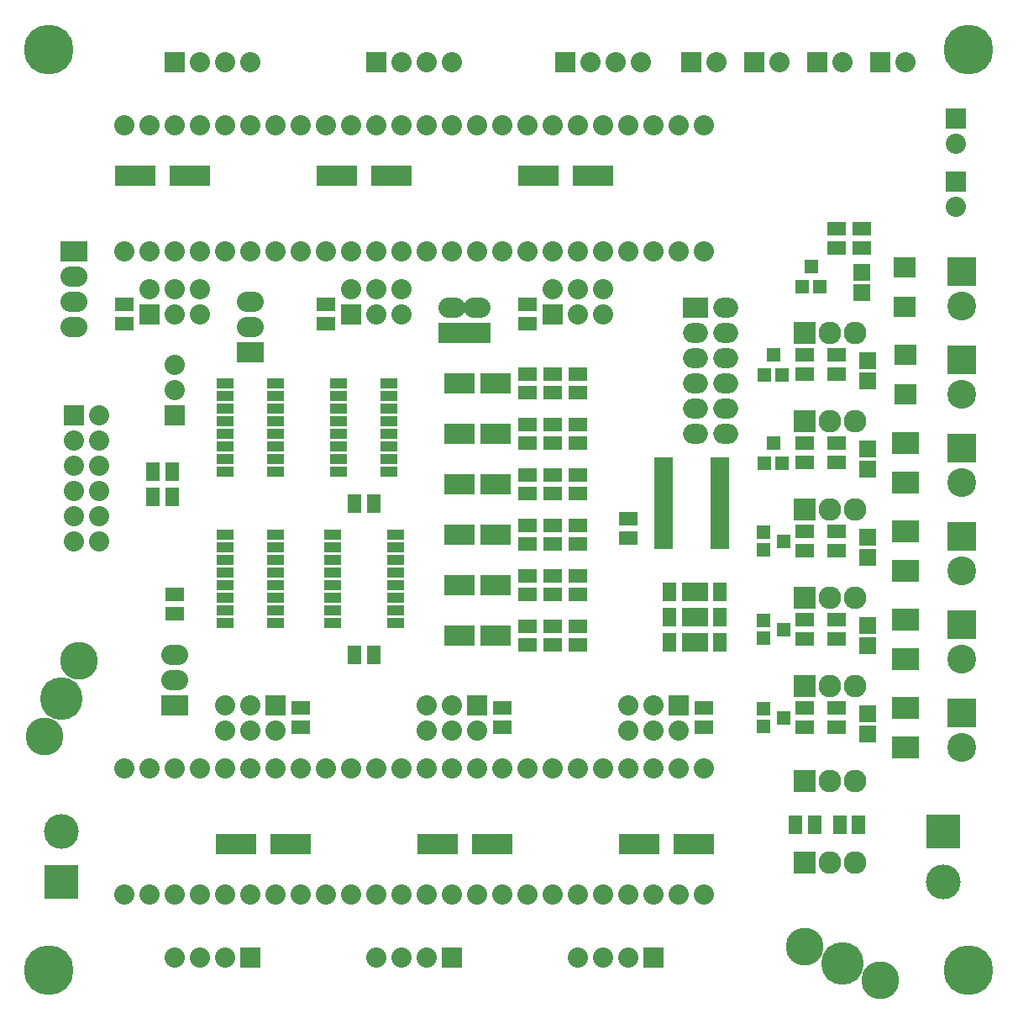
<source format=gts>
G04 (created by PCBNEW (2013-07-07 BZR 4022)-stable) date 10/10/2013 20:13:21*
%MOIN*%
G04 Gerber Fmt 3.4, Leading zero omitted, Abs format*
%FSLAX34Y34*%
G01*
G70*
G90*
G04 APERTURE LIST*
%ADD10C,0.00590551*%
%ADD11C,0.09*%
%ADD12R,0.09X0.09*%
%ADD13R,0.056X0.056*%
%ADD14R,0.075X0.055*%
%ADD15R,0.055X0.075*%
%ADD16C,0.08*%
%ADD17R,0.08X0.08*%
%ADD18R,0.1066X0.0909*%
%ADD19R,0.1617X0.083*%
%ADD20R,0.1224X0.083*%
%ADD21C,0.1972*%
%ADD22R,0.1381X0.1381*%
%ADD23C,0.1381*%
%ADD24R,0.065X0.04*%
%ADD25C,0.114488*%
%ADD26R,0.114488X0.114488*%
%ADD27C,0.15*%
%ADD28C,0.169*%
%ADD29R,0.0857X0.081*%
%ADD30R,0.0672X0.0672*%
%ADD31R,0.1066X0.08*%
%ADD32O,0.1066X0.08*%
%ADD33R,0.0779X0.0365*%
%ADD34R,0.0987X0.08*%
%ADD35O,0.0987X0.08*%
G04 APERTURE END LIST*
G54D10*
G54D11*
X32500Y9000D03*
X33500Y9000D03*
G54D12*
X31500Y9000D03*
G54D11*
X32500Y12750D03*
X33500Y12750D03*
G54D12*
X31500Y12750D03*
G54D11*
X32500Y16250D03*
X33500Y16250D03*
G54D12*
X31500Y16250D03*
G54D11*
X32500Y19750D03*
X33500Y19750D03*
G54D12*
X31500Y19750D03*
G54D13*
X29850Y14650D03*
X29850Y15350D03*
X30650Y15000D03*
X29850Y11150D03*
X29850Y11850D03*
X30650Y11500D03*
X29850Y18150D03*
X29850Y18850D03*
X30650Y18500D03*
X30600Y21600D03*
X29900Y21600D03*
X30250Y22400D03*
G54D14*
X21500Y19125D03*
X21500Y18375D03*
X21500Y21125D03*
X21500Y20375D03*
X31500Y11125D03*
X31500Y11875D03*
X31500Y14625D03*
X31500Y15375D03*
X32750Y11125D03*
X32750Y11875D03*
X32750Y14625D03*
X32750Y15375D03*
X21500Y25125D03*
X21500Y24375D03*
X21500Y23125D03*
X21500Y22375D03*
X22500Y25125D03*
X22500Y24375D03*
X22500Y23125D03*
X22500Y22375D03*
X22500Y21125D03*
X22500Y20375D03*
X22500Y19125D03*
X22500Y18375D03*
G54D15*
X13625Y20000D03*
X14375Y20000D03*
G54D14*
X6500Y15625D03*
X6500Y16375D03*
X20500Y18375D03*
X20500Y19125D03*
X20500Y20375D03*
X20500Y21125D03*
X20500Y22375D03*
X20500Y23125D03*
X20500Y24375D03*
X20500Y25125D03*
G54D15*
X31125Y7250D03*
X31875Y7250D03*
G54D14*
X20500Y27875D03*
X20500Y27125D03*
X11500Y11125D03*
X11500Y11875D03*
X12500Y27875D03*
X12500Y27125D03*
X4500Y27875D03*
X4500Y27125D03*
X32750Y21625D03*
X32750Y22375D03*
X32750Y18125D03*
X32750Y18875D03*
X31500Y21625D03*
X31500Y22375D03*
X31500Y18125D03*
X31500Y18875D03*
G54D16*
X4500Y30000D03*
X5500Y30000D03*
X6500Y30000D03*
X7500Y30000D03*
X8500Y30000D03*
X9500Y30000D03*
X10500Y30000D03*
X11500Y30000D03*
X11500Y35000D03*
X10500Y35000D03*
X9500Y35000D03*
X8500Y35000D03*
X7500Y35000D03*
X6500Y35000D03*
X5500Y35000D03*
X4500Y35000D03*
X12500Y30000D03*
X13500Y30000D03*
X14500Y30000D03*
X15500Y30000D03*
X16500Y30000D03*
X17500Y30000D03*
X18500Y30000D03*
X19500Y30000D03*
X19500Y35000D03*
X18500Y35000D03*
X17500Y35000D03*
X16500Y35000D03*
X15500Y35000D03*
X14500Y35000D03*
X13500Y35000D03*
X12500Y35000D03*
X11500Y9500D03*
X10500Y9500D03*
X9500Y9500D03*
X8500Y9500D03*
X7500Y9500D03*
X6500Y9500D03*
X5500Y9500D03*
X4500Y9500D03*
X4500Y4500D03*
X5500Y4500D03*
X6500Y4500D03*
X7500Y4500D03*
X8500Y4500D03*
X9500Y4500D03*
X10500Y4500D03*
X11500Y4500D03*
X20500Y30000D03*
X21500Y30000D03*
X22500Y30000D03*
X23500Y30000D03*
X24500Y30000D03*
X25500Y30000D03*
X26500Y30000D03*
X27500Y30000D03*
X27500Y35000D03*
X26500Y35000D03*
X25500Y35000D03*
X24500Y35000D03*
X23500Y35000D03*
X22500Y35000D03*
X21500Y35000D03*
X20500Y35000D03*
G54D17*
X21500Y27500D03*
G54D16*
X21500Y28500D03*
X22500Y27500D03*
X22500Y28500D03*
X23500Y27500D03*
X23500Y28500D03*
G54D17*
X10500Y12000D03*
G54D16*
X10500Y11000D03*
X9500Y12000D03*
X9500Y11000D03*
X8500Y12000D03*
X8500Y11000D03*
G54D17*
X13500Y27500D03*
G54D16*
X13500Y28500D03*
X14500Y27500D03*
X14500Y28500D03*
X15500Y27500D03*
X15500Y28500D03*
G54D17*
X5500Y27500D03*
G54D16*
X5500Y28500D03*
X6500Y27500D03*
X6500Y28500D03*
X7500Y27500D03*
X7500Y28500D03*
G54D18*
X35500Y10310D03*
X35500Y11890D03*
X35500Y20810D03*
X35500Y22390D03*
X35500Y17310D03*
X35500Y18890D03*
X35500Y13810D03*
X35500Y15390D03*
G54D17*
X22000Y37500D03*
G54D16*
X23000Y37500D03*
X24000Y37500D03*
X25000Y37500D03*
G54D17*
X6500Y37500D03*
G54D16*
X7500Y37500D03*
X8500Y37500D03*
X9500Y37500D03*
G54D17*
X14500Y37500D03*
G54D16*
X15500Y37500D03*
X16500Y37500D03*
X17500Y37500D03*
G54D17*
X9500Y2000D03*
G54D16*
X8500Y2000D03*
X7500Y2000D03*
X6500Y2000D03*
G54D19*
X11083Y6500D03*
X8917Y6500D03*
X20917Y33000D03*
X23083Y33000D03*
X12917Y33000D03*
X15083Y33000D03*
X4917Y33000D03*
X7083Y33000D03*
G54D20*
X17791Y20750D03*
X19209Y20750D03*
X17791Y18750D03*
X19209Y18750D03*
X17791Y24750D03*
X19209Y24750D03*
X17791Y22750D03*
X19209Y22750D03*
G54D21*
X1500Y38000D03*
X1500Y1500D03*
X38000Y1500D03*
X38000Y38000D03*
G54D22*
X2000Y5000D03*
G54D23*
X2000Y7000D03*
G54D22*
X37000Y7000D03*
G54D23*
X37000Y5000D03*
G54D15*
X33625Y7250D03*
X32875Y7250D03*
G54D14*
X24500Y18625D03*
X24500Y19375D03*
G54D15*
X6375Y20250D03*
X5625Y20250D03*
G54D17*
X27000Y37500D03*
G54D16*
X28000Y37500D03*
G54D17*
X34500Y37500D03*
G54D16*
X35500Y37500D03*
G54D17*
X32000Y37500D03*
G54D16*
X33000Y37500D03*
G54D17*
X29500Y37500D03*
G54D16*
X30500Y37500D03*
G54D24*
X10500Y21250D03*
X10500Y21750D03*
X10500Y22250D03*
X10500Y22750D03*
X10500Y23250D03*
X10500Y23750D03*
X10500Y24250D03*
X10500Y24750D03*
X8500Y24750D03*
X8500Y24250D03*
X8500Y23750D03*
X8500Y23250D03*
X8500Y22750D03*
X8500Y22250D03*
X8500Y21750D03*
X8500Y21250D03*
X10500Y15250D03*
X10500Y15750D03*
X10500Y16250D03*
X10500Y16750D03*
X10500Y17250D03*
X10500Y17750D03*
X10500Y18250D03*
X10500Y18750D03*
X8500Y18750D03*
X8500Y18250D03*
X8500Y17750D03*
X8500Y17250D03*
X8500Y16750D03*
X8500Y16250D03*
X8500Y15750D03*
X8500Y15250D03*
G54D11*
X32500Y5750D03*
X33500Y5750D03*
G54D12*
X31500Y5750D03*
G54D25*
X37724Y17311D03*
G54D26*
X37724Y18688D03*
G54D25*
X37724Y20811D03*
G54D26*
X37724Y22188D03*
G54D25*
X37724Y10311D03*
G54D26*
X37724Y11688D03*
G54D25*
X37724Y13811D03*
G54D26*
X37724Y15188D03*
G54D27*
X34500Y1070D03*
X31500Y2430D03*
G54D28*
X33000Y1750D03*
G54D27*
X1320Y10750D03*
X2680Y13750D03*
G54D28*
X2000Y12250D03*
G54D17*
X6500Y23500D03*
G54D16*
X6500Y24500D03*
X6500Y25500D03*
G54D11*
X32500Y26750D03*
X33500Y26750D03*
G54D12*
X31500Y26750D03*
G54D11*
X32500Y23250D03*
X33500Y23250D03*
G54D12*
X31500Y23250D03*
G54D13*
X30600Y25100D03*
X29900Y25100D03*
X30250Y25900D03*
X32100Y28600D03*
X31400Y28600D03*
X31750Y29400D03*
G54D24*
X15000Y21250D03*
X15000Y21750D03*
X15000Y22250D03*
X15000Y22750D03*
X15000Y23250D03*
X15000Y23750D03*
X15000Y24250D03*
X15000Y24750D03*
X13000Y24750D03*
X13000Y24250D03*
X13000Y23750D03*
X13000Y23250D03*
X13000Y22750D03*
X13000Y22250D03*
X13000Y21750D03*
X13000Y21250D03*
G54D14*
X20500Y14375D03*
X20500Y15125D03*
X27500Y11125D03*
X27500Y11875D03*
X19500Y11125D03*
X19500Y11875D03*
X32750Y25125D03*
X32750Y25875D03*
X33750Y30875D03*
X33750Y30125D03*
X22500Y15125D03*
X22500Y14375D03*
X22500Y17125D03*
X22500Y16375D03*
X20500Y16375D03*
X20500Y17125D03*
X21500Y17125D03*
X21500Y16375D03*
X32750Y30875D03*
X32750Y30125D03*
X21500Y15125D03*
X21500Y14375D03*
X31500Y25125D03*
X31500Y25875D03*
G54D15*
X6375Y21250D03*
X5625Y21250D03*
G54D25*
X37724Y27811D03*
G54D26*
X37724Y29188D03*
G54D25*
X37724Y24311D03*
G54D26*
X37724Y25688D03*
G54D16*
X19500Y9500D03*
X18500Y9500D03*
X17500Y9500D03*
X16500Y9500D03*
X15500Y9500D03*
X14500Y9500D03*
X13500Y9500D03*
X12500Y9500D03*
X12500Y4500D03*
X13500Y4500D03*
X14500Y4500D03*
X15500Y4500D03*
X16500Y4500D03*
X17500Y4500D03*
X18500Y4500D03*
X19500Y4500D03*
X27500Y9500D03*
X26500Y9500D03*
X25500Y9500D03*
X24500Y9500D03*
X23500Y9500D03*
X22500Y9500D03*
X21500Y9500D03*
X20500Y9500D03*
X20500Y4500D03*
X21500Y4500D03*
X22500Y4500D03*
X23500Y4500D03*
X24500Y4500D03*
X25500Y4500D03*
X26500Y4500D03*
X27500Y4500D03*
G54D17*
X26500Y12000D03*
G54D16*
X26500Y11000D03*
X25500Y12000D03*
X25500Y11000D03*
X24500Y12000D03*
X24500Y11000D03*
G54D17*
X18500Y12000D03*
G54D16*
X18500Y11000D03*
X17500Y12000D03*
X17500Y11000D03*
X16500Y12000D03*
X16500Y11000D03*
G54D29*
X35450Y27776D03*
X35450Y29337D03*
X35500Y24326D03*
X35500Y25887D03*
G54D17*
X25500Y2000D03*
G54D16*
X24500Y2000D03*
X23500Y2000D03*
X22500Y2000D03*
G54D17*
X17500Y2000D03*
G54D16*
X16500Y2000D03*
X15500Y2000D03*
X14500Y2000D03*
G54D17*
X37500Y32750D03*
G54D16*
X37500Y31750D03*
G54D17*
X37500Y35250D03*
G54D16*
X37500Y34250D03*
G54D19*
X27083Y6500D03*
X24917Y6500D03*
X19083Y6500D03*
X16917Y6500D03*
G54D20*
X17791Y16750D03*
X19209Y16750D03*
X17791Y14750D03*
X19209Y14750D03*
G54D24*
X12750Y15250D03*
X12750Y16250D03*
X12750Y16750D03*
X12750Y17250D03*
X12750Y17750D03*
X12750Y18250D03*
X12750Y18750D03*
X15250Y18750D03*
X15250Y18250D03*
X15250Y17750D03*
X15250Y17250D03*
X15250Y16750D03*
X15250Y16250D03*
X15250Y15750D03*
X15250Y15250D03*
X12750Y15750D03*
G54D17*
X2500Y23500D03*
G54D16*
X3500Y23500D03*
X2500Y22500D03*
X3500Y22500D03*
X2500Y21500D03*
X3500Y21500D03*
X2500Y20500D03*
X3500Y20500D03*
X2500Y19500D03*
X3500Y19500D03*
X2500Y18500D03*
X3500Y18500D03*
G54D30*
X34000Y25663D03*
X34000Y24837D03*
X33750Y29163D03*
X33750Y28337D03*
X34000Y18663D03*
X34000Y17837D03*
X34000Y22163D03*
X34000Y21337D03*
X34000Y15163D03*
X34000Y14337D03*
X34000Y11663D03*
X34000Y10837D03*
G54D31*
X2500Y30000D03*
G54D32*
X2500Y29000D03*
X2500Y28000D03*
X2500Y27000D03*
G54D33*
X28102Y19872D03*
X28102Y20128D03*
X28102Y20384D03*
X28102Y20640D03*
X25900Y19108D03*
X28102Y19104D03*
X28102Y19360D03*
X28102Y19616D03*
X25898Y20896D03*
X25898Y20640D03*
X25898Y20384D03*
X25898Y20128D03*
X25898Y19872D03*
X25898Y19616D03*
X28102Y20896D03*
X25900Y19360D03*
X28102Y18848D03*
X28102Y21152D03*
X25898Y21152D03*
X25898Y18848D03*
X28102Y18593D03*
X28102Y21407D03*
X25898Y21407D03*
X25898Y18593D03*
X28102Y18337D03*
X28102Y21663D03*
X25898Y21663D03*
X25898Y18337D03*
G54D15*
X13625Y14000D03*
X14375Y14000D03*
X28125Y14500D03*
X27375Y14500D03*
X28125Y15500D03*
X27375Y15500D03*
X28125Y16500D03*
X27375Y16500D03*
X26875Y14500D03*
X26125Y14500D03*
X26875Y15500D03*
X26125Y15500D03*
X26875Y16500D03*
X26125Y16500D03*
G54D34*
X27152Y27750D03*
G54D35*
X28348Y27750D03*
X27152Y26750D03*
X28348Y26750D03*
X27152Y25750D03*
X28348Y25750D03*
X27152Y24750D03*
X28348Y24750D03*
X27152Y23750D03*
X28348Y23750D03*
X27152Y22750D03*
X28348Y22750D03*
G54D31*
X9500Y26000D03*
G54D32*
X9500Y27000D03*
X9500Y28000D03*
G54D31*
X6500Y12000D03*
G54D32*
X6500Y13000D03*
X6500Y14000D03*
G54D31*
X18500Y26750D03*
G54D32*
X18500Y27750D03*
G54D31*
X17500Y26750D03*
G54D32*
X17500Y27750D03*
M02*

</source>
